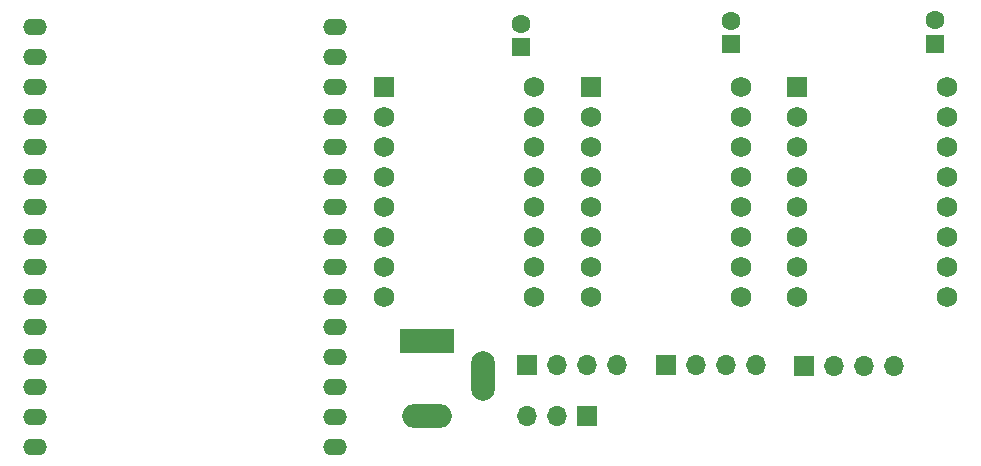
<source format=gbr>
%TF.GenerationSoftware,KiCad,Pcbnew,8.0.3*%
%TF.CreationDate,2024-08-08T00:21:51-04:00*%
%TF.ProjectId,sheepycam,73686565-7079-4636-916d-2e6b69636164,rev?*%
%TF.SameCoordinates,Original*%
%TF.FileFunction,Soldermask,Bot*%
%TF.FilePolarity,Negative*%
%FSLAX46Y46*%
G04 Gerber Fmt 4.6, Leading zero omitted, Abs format (unit mm)*
G04 Created by KiCad (PCBNEW 8.0.3) date 2024-08-08 00:21:51*
%MOMM*%
%LPD*%
G01*
G04 APERTURE LIST*
G04 Aperture macros list*
%AMRoundRect*
0 Rectangle with rounded corners*
0 $1 Rounding radius*
0 $2 $3 $4 $5 $6 $7 $8 $9 X,Y pos of 4 corners*
0 Add a 4 corners polygon primitive as box body*
4,1,4,$2,$3,$4,$5,$6,$7,$8,$9,$2,$3,0*
0 Add four circle primitives for the rounded corners*
1,1,$1+$1,$2,$3*
1,1,$1+$1,$4,$5*
1,1,$1+$1,$6,$7*
1,1,$1+$1,$8,$9*
0 Add four rect primitives between the rounded corners*
20,1,$1+$1,$2,$3,$4,$5,0*
20,1,$1+$1,$4,$5,$6,$7,0*
20,1,$1+$1,$6,$7,$8,$9,0*
20,1,$1+$1,$8,$9,$2,$3,0*%
G04 Aperture macros list end*
%ADD10RoundRect,0.102000X-0.765000X-0.765000X0.765000X-0.765000X0.765000X0.765000X-0.765000X0.765000X0*%
%ADD11C,1.734000*%
%ADD12R,1.700000X1.700000*%
%ADD13O,1.700000X1.700000*%
%ADD14R,1.600000X1.600000*%
%ADD15C,1.600000*%
%ADD16O,2.000000X1.400000*%
%ADD17R,4.600000X2.000000*%
%ADD18O,4.200000X2.000000*%
%ADD19O,2.000000X4.200000*%
G04 APERTURE END LIST*
D10*
%TO.C,U2*%
X149150000Y-60360000D03*
D11*
X149150000Y-62900000D03*
X149150000Y-65440000D03*
X149150000Y-67980000D03*
X149150000Y-70520000D03*
X149150000Y-73060000D03*
X149150000Y-75600000D03*
X149150000Y-78140000D03*
X161850000Y-78140000D03*
X161850000Y-75600000D03*
X161850000Y-73060000D03*
X161850000Y-70520000D03*
X161850000Y-67980000D03*
X161850000Y-65440000D03*
X161850000Y-62900000D03*
X161850000Y-60360000D03*
%TD*%
D10*
%TO.C,U4*%
X184140000Y-60360000D03*
D11*
X184140000Y-62900000D03*
X184140000Y-65440000D03*
X184140000Y-67980000D03*
X184140000Y-70520000D03*
X184140000Y-73060000D03*
X184140000Y-75600000D03*
X184140000Y-78140000D03*
X196840000Y-78140000D03*
X196840000Y-75600000D03*
X196840000Y-73060000D03*
X196840000Y-70520000D03*
X196840000Y-67980000D03*
X196840000Y-65440000D03*
X196840000Y-62900000D03*
X196840000Y-60360000D03*
%TD*%
D12*
%TO.C,J3*%
X172994775Y-83940000D03*
D13*
X175534775Y-83940000D03*
X178074775Y-83940000D03*
X180614775Y-83940000D03*
%TD*%
D14*
%TO.C,C1*%
X178494775Y-56750000D03*
D15*
X178494775Y-54750000D03*
%TD*%
%TO.C,C2*%
X195744775Y-54690000D03*
D14*
X195744775Y-56690000D03*
%TD*%
%TO.C,C3*%
X160744775Y-57000000D03*
D15*
X160744775Y-55000000D03*
%TD*%
D10*
%TO.C,U3*%
X166645000Y-60360000D03*
D11*
X166645000Y-62900000D03*
X166645000Y-65440000D03*
X166645000Y-67980000D03*
X166645000Y-70520000D03*
X166645000Y-73060000D03*
X166645000Y-75600000D03*
X166645000Y-78140000D03*
X179345000Y-78140000D03*
X179345000Y-75600000D03*
X179345000Y-73060000D03*
X179345000Y-70520000D03*
X179345000Y-67980000D03*
X179345000Y-65440000D03*
X179345000Y-62900000D03*
X179345000Y-60360000D03*
%TD*%
D12*
%TO.C,J4*%
X184710000Y-84000000D03*
D13*
X187250000Y-84000000D03*
X189790000Y-84000000D03*
X192330000Y-84000000D03*
%TD*%
D16*
%TO.C,U1*%
X145000000Y-90810000D03*
X145000000Y-88270000D03*
X145000000Y-85730000D03*
X145000000Y-83190000D03*
X145000000Y-80650000D03*
X145000000Y-78110000D03*
X145000000Y-75570000D03*
X145000000Y-73030000D03*
X145000000Y-70490000D03*
X145000000Y-67950000D03*
X145000000Y-65410000D03*
X145000000Y-62870000D03*
X145000000Y-60330000D03*
X145000000Y-57790000D03*
X145000000Y-55250000D03*
X119600000Y-55250000D03*
X119600000Y-57790000D03*
X119600000Y-60330000D03*
X119600000Y-62870000D03*
X119600000Y-65410000D03*
X119600000Y-67950000D03*
X119600000Y-70490000D03*
X119600000Y-73030000D03*
X119600000Y-75570000D03*
X119600000Y-78110000D03*
X119600000Y-80650000D03*
X119600000Y-83190000D03*
X119600000Y-85730000D03*
X119600000Y-88270000D03*
X119600000Y-90810000D03*
%TD*%
D12*
%TO.C,J2*%
X161250000Y-83940000D03*
D13*
X163790000Y-83940000D03*
X166330000Y-83940000D03*
X168870000Y-83940000D03*
%TD*%
D17*
%TO.C,J5*%
X152744775Y-81890000D03*
D18*
X152744775Y-88190000D03*
D19*
X157544775Y-84790000D03*
%TD*%
D12*
%TO.C,J1*%
X166290000Y-88250000D03*
D13*
X163750000Y-88250000D03*
X161210000Y-88250000D03*
%TD*%
M02*

</source>
